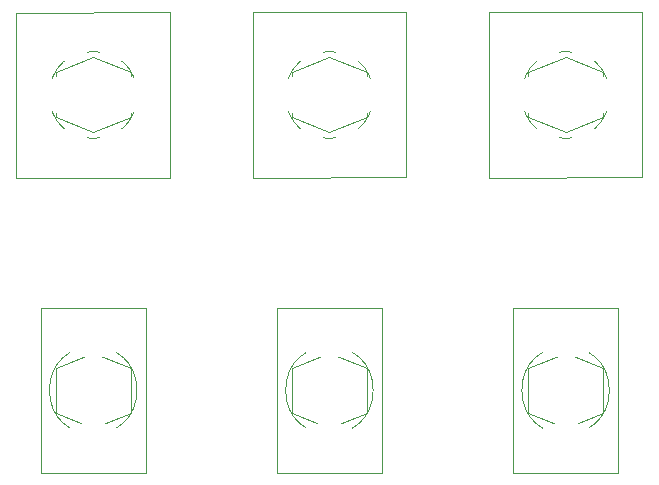
<source format=gto>
G04 #@! TF.GenerationSoftware,KiCad,Pcbnew,5.1.10*
G04 #@! TF.CreationDate,2021-05-19T15:42:40-05:00*
G04 #@! TF.ProjectId,Power Board,506f7765-7220-4426-9f61-72642e6b6963,rev?*
G04 #@! TF.SameCoordinates,Original*
G04 #@! TF.FileFunction,Legend,Top*
G04 #@! TF.FilePolarity,Positive*
%FSLAX46Y46*%
G04 Gerber Fmt 4.6, Leading zero omitted, Abs format (unit mm)*
G04 Created by KiCad (PCBNEW 5.1.10) date 2021-05-19 15:42:40*
%MOMM*%
%LPD*%
G01*
G04 APERTURE LIST*
%ADD10C,0.120000*%
%ADD11O,4.000000X3.200000*%
%ADD12O,5.000000X3.200000*%
%ADD13O,1.700000X1.700000*%
%ADD14R,1.700000X1.700000*%
G04 APERTURE END LIST*
D10*
X44325000Y-142405000D02*
X44325000Y-138595000D01*
X41000000Y-133530000D02*
X54000000Y-133500000D01*
X54000000Y-133515000D02*
X54000000Y-147485000D01*
X51202654Y-140500000D02*
G75*
G03*
X51202654Y-140500000I-3702654J0D01*
G01*
X50675000Y-138595000D02*
X50675000Y-142405000D01*
X47500000Y-137325000D02*
X50675000Y-138595000D01*
X44325000Y-138595000D02*
X47500000Y-137325000D01*
X50675000Y-142405000D02*
X47500000Y-143675000D01*
X54000000Y-147500000D02*
X41000000Y-147500000D01*
X41000000Y-147500000D02*
X41000000Y-133530000D01*
X47500000Y-143675000D02*
X44325000Y-142405000D01*
X70675000Y-138595000D02*
X70675000Y-142405000D01*
X74000000Y-147470000D02*
X61000000Y-147500000D01*
X61000000Y-147485000D02*
X61000000Y-133515000D01*
X71202654Y-140500000D02*
G75*
G03*
X71202654Y-140500000I-3702654J0D01*
G01*
X64325000Y-142405000D02*
X64325000Y-138595000D01*
X67500000Y-143675000D02*
X64325000Y-142405000D01*
X70675000Y-142405000D02*
X67500000Y-143675000D01*
X64325000Y-138595000D02*
X67500000Y-137325000D01*
X61000000Y-133500000D02*
X74000000Y-133500000D01*
X74000000Y-133500000D02*
X74000000Y-147470000D01*
X67500000Y-137325000D02*
X70675000Y-138595000D01*
X63055000Y-172485000D02*
X63055000Y-158515000D01*
X63055000Y-158515000D02*
X71945000Y-158515000D01*
X71945000Y-158515000D02*
X71945000Y-172485000D01*
X71945000Y-172485000D02*
X63055000Y-172485000D01*
X64325000Y-167405000D02*
X64325000Y-163595000D01*
X64325000Y-163595000D02*
X67500000Y-162325000D01*
X67500000Y-162325000D02*
X70675000Y-163595000D01*
X70675000Y-163595000D02*
X70675000Y-167405000D01*
X70675000Y-167405000D02*
X67500000Y-168675000D01*
X67500000Y-168675000D02*
X64325000Y-167405000D01*
X71202654Y-165500000D02*
G75*
G03*
X71202654Y-165500000I-3702654J0D01*
G01*
X43055000Y-172485000D02*
X43055000Y-158515000D01*
X43055000Y-158515000D02*
X51945000Y-158515000D01*
X51945000Y-158515000D02*
X51945000Y-172485000D01*
X51945000Y-172485000D02*
X43055000Y-172485000D01*
X44325000Y-167405000D02*
X44325000Y-163595000D01*
X44325000Y-163595000D02*
X47500000Y-162325000D01*
X47500000Y-162325000D02*
X50675000Y-163595000D01*
X50675000Y-163595000D02*
X50675000Y-167405000D01*
X50675000Y-167405000D02*
X47500000Y-168675000D01*
X47500000Y-168675000D02*
X44325000Y-167405000D01*
X51202654Y-165500000D02*
G75*
G03*
X51202654Y-165500000I-3702654J0D01*
G01*
X83055000Y-172485000D02*
X83055000Y-158515000D01*
X83055000Y-158515000D02*
X91945000Y-158515000D01*
X91945000Y-158515000D02*
X91945000Y-172485000D01*
X91945000Y-172485000D02*
X83055000Y-172485000D01*
X84325000Y-167405000D02*
X84325000Y-163595000D01*
X84325000Y-163595000D02*
X87500000Y-162325000D01*
X87500000Y-162325000D02*
X90675000Y-163595000D01*
X90675000Y-163595000D02*
X90675000Y-167405000D01*
X90675000Y-167405000D02*
X87500000Y-168675000D01*
X87500000Y-168675000D02*
X84325000Y-167405000D01*
X91202654Y-165500000D02*
G75*
G03*
X91202654Y-165500000I-3702654J0D01*
G01*
X90675000Y-138595000D02*
X90675000Y-142405000D01*
X94000000Y-147470000D02*
X81000000Y-147500000D01*
X81000000Y-147485000D02*
X81000000Y-133515000D01*
X91202654Y-140500000D02*
G75*
G03*
X91202654Y-140500000I-3702654J0D01*
G01*
X84325000Y-142405000D02*
X84325000Y-138595000D01*
X87500000Y-143675000D02*
X84325000Y-142405000D01*
X90675000Y-142405000D02*
X87500000Y-143675000D01*
X84325000Y-138595000D02*
X87500000Y-137325000D01*
X81000000Y-133500000D02*
X94000000Y-133500000D01*
X94000000Y-133500000D02*
X94000000Y-147470000D01*
X87500000Y-137325000D02*
X90675000Y-138595000D01*
%LPC*%
D11*
X45250000Y-136050000D03*
X45250000Y-140500000D03*
X45250000Y-144950000D03*
X49750000Y-140500000D03*
X49750000Y-144950000D03*
X49750000Y-136050000D03*
X69750000Y-144950000D03*
X69750000Y-140500000D03*
X69750000Y-136050000D03*
X65250000Y-140500000D03*
X65250000Y-136050000D03*
X65250000Y-144950000D03*
D12*
X67500000Y-169950000D03*
X67500000Y-165500000D03*
X67500000Y-161050000D03*
X47500000Y-169950000D03*
X47500000Y-165500000D03*
X47500000Y-161050000D03*
D13*
X55580000Y-126000000D03*
X53040000Y-126000000D03*
D14*
X50500000Y-126000000D03*
D13*
X65740000Y-126000000D03*
D14*
X63200000Y-126000000D03*
D13*
X73360000Y-126000000D03*
D14*
X70820000Y-126000000D03*
D12*
X87500000Y-169950000D03*
X87500000Y-165500000D03*
X87500000Y-161050000D03*
D11*
X89750000Y-144950000D03*
X89750000Y-140500000D03*
X89750000Y-136050000D03*
X85250000Y-140500000D03*
X85250000Y-136050000D03*
X85250000Y-144950000D03*
D13*
X83520000Y-126000000D03*
D14*
X80980000Y-126000000D03*
D13*
X78440000Y-126000000D03*
D14*
X75900000Y-126000000D03*
X68280000Y-126000000D03*
D13*
X60660000Y-126000000D03*
D14*
X58120000Y-126000000D03*
D13*
X78790000Y-172000000D03*
D14*
X76250000Y-172000000D03*
M02*

</source>
